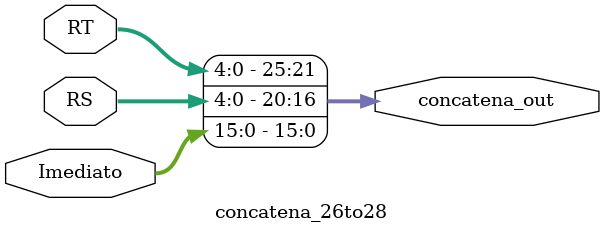
<source format=v>
module concatena_26to28(
    input wire [4:0] RT,
    input wire [4:0] RS,
    input wire [15:0] Imediato,
    output wire [25:0] concatena_out
);

    assign concatena_out = {RT, RS, Imediato};


endmodule
</source>
